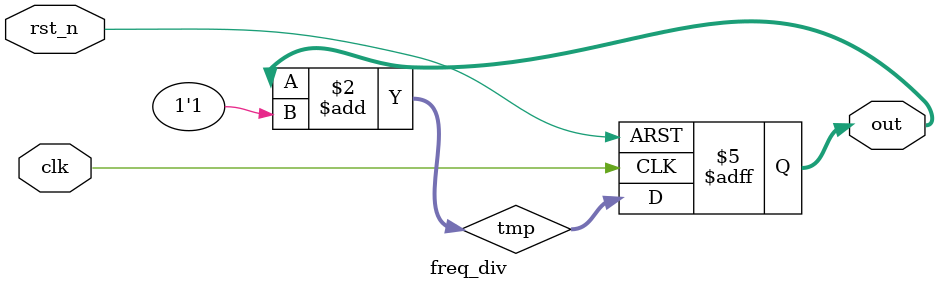
<source format=v>
`timescale 1ns / 1ps
`define FREQ_DIV_BIT_WIDTH 25
module freq_div(
	out,
	clk, //clock
	rst_n
    );
	 
output [`FREQ_DIV_BIT_WIDTH:0] out;
input clk, rst_n;

reg [`FREQ_DIV_BIT_WIDTH:0] out;
reg [`FREQ_DIV_BIT_WIDTH:0] tmp;

//Combinational logics
always @(out)
	tmp = out +1'b1;
//Sequential logics: Flip-flop
always @(posedge clk or negedge rst_n)
	if(~rst_n)
		out<=0;
	else
		out<=tmp;

endmodule

</source>
